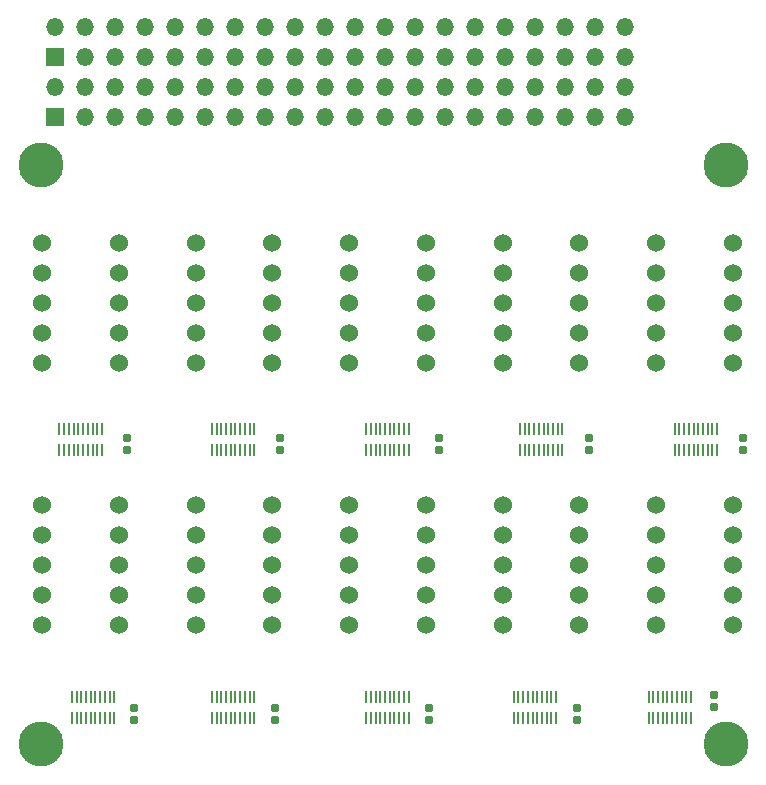
<source format=gbr>
%TF.GenerationSoftware,KiCad,Pcbnew,8.0.1*%
%TF.CreationDate,2024-06-10T14:17:39+05:30*%
%TF.ProjectId,GPIO HAT 1,4750494f-2048-4415-9420-312e6b696361,rev?*%
%TF.SameCoordinates,Original*%
%TF.FileFunction,Soldermask,Top*%
%TF.FilePolarity,Negative*%
%FSLAX46Y46*%
G04 Gerber Fmt 4.6, Leading zero omitted, Abs format (unit mm)*
G04 Created by KiCad (PCBNEW 8.0.1) date 2024-06-10 14:17:39*
%MOMM*%
%LPD*%
G01*
G04 APERTURE LIST*
G04 Aperture macros list*
%AMRoundRect*
0 Rectangle with rounded corners*
0 $1 Rounding radius*
0 $2 $3 $4 $5 $6 $7 $8 $9 X,Y pos of 4 corners*
0 Add a 4 corners polygon primitive as box body*
4,1,4,$2,$3,$4,$5,$6,$7,$8,$9,$2,$3,0*
0 Add four circle primitives for the rounded corners*
1,1,$1+$1,$2,$3*
1,1,$1+$1,$4,$5*
1,1,$1+$1,$6,$7*
1,1,$1+$1,$8,$9*
0 Add four rect primitives between the rounded corners*
20,1,$1+$1,$2,$3,$4,$5,0*
20,1,$1+$1,$4,$5,$6,$7,0*
20,1,$1+$1,$6,$7,$8,$9,0*
20,1,$1+$1,$8,$9,$2,$3,0*%
G04 Aperture macros list end*
%ADD10C,1.524000*%
%ADD11RoundRect,0.102000X0.250000X-0.237500X0.250000X0.237500X-0.250000X0.237500X-0.250000X-0.237500X0*%
%ADD12R,0.200000X1.000000*%
%ADD13R,1.500000X1.500000*%
%ADD14O,1.500000X1.500000*%
%ADD15C,3.810000*%
%ADD16RoundRect,0.102000X-0.250000X0.237500X-0.250000X-0.237500X0.250000X-0.237500X0.250000X0.237500X0*%
G04 APERTURE END LIST*
D10*
%TO.C,J2*%
X87265933Y-102819200D03*
X87265933Y-105359200D03*
X87265933Y-107899200D03*
X87265933Y-110439200D03*
X87265933Y-112979200D03*
%TD*%
%TO.C,J14*%
X126229531Y-80619600D03*
X126229531Y-83159600D03*
X126229531Y-85699600D03*
X126229531Y-88239600D03*
X126229531Y-90779600D03*
%TD*%
%TO.C,J1*%
X80772000Y-102819200D03*
X80772000Y-105359200D03*
X80772000Y-107899200D03*
X80772000Y-110439200D03*
X80772000Y-112979200D03*
%TD*%
D11*
%TO.C,R6*%
X114342000Y-98150400D03*
X114342000Y-97126400D03*
%TD*%
D10*
%TO.C,J9*%
X106747732Y-102819200D03*
X106747732Y-105359200D03*
X106747732Y-107899200D03*
X106747732Y-110439200D03*
X106747732Y-112979200D03*
%TD*%
%TO.C,J17*%
X132723464Y-80619600D03*
X132723464Y-83159600D03*
X132723464Y-85699600D03*
X132723464Y-88239600D03*
X132723464Y-90779600D03*
%TD*%
D12*
%TO.C,U10*%
X132099400Y-120849800D03*
X132499400Y-120849800D03*
X132899400Y-120849800D03*
X133299400Y-120849800D03*
X133699400Y-120849800D03*
X134099400Y-120849800D03*
X134499400Y-120849800D03*
X134899400Y-120849800D03*
X135299400Y-120849800D03*
X135699400Y-120849800D03*
X135699400Y-119049800D03*
X135299400Y-119049800D03*
X134899400Y-119049800D03*
X134499400Y-119049800D03*
X134099400Y-119049800D03*
X133699400Y-119049800D03*
X133299400Y-119049800D03*
X132899400Y-119049800D03*
X132499400Y-119049800D03*
X132099400Y-119049800D03*
%TD*%
D10*
%TO.C,J13*%
X119735598Y-80619600D03*
X119735598Y-83159600D03*
X119735598Y-85699600D03*
X119735598Y-88239600D03*
X119735598Y-90779600D03*
%TD*%
D11*
%TO.C,R3*%
X100431600Y-121035000D03*
X100431600Y-120011000D03*
%TD*%
D12*
%TO.C,U6*%
X108185200Y-98145600D03*
X108585200Y-98145600D03*
X108985200Y-98145600D03*
X109385200Y-98145600D03*
X109785200Y-98145600D03*
X110185200Y-98145600D03*
X110585200Y-98145600D03*
X110985200Y-98145600D03*
X111385200Y-98145600D03*
X111785200Y-98145600D03*
X111785200Y-96345600D03*
X111385200Y-96345600D03*
X110985200Y-96345600D03*
X110585200Y-96345600D03*
X110185200Y-96345600D03*
X109785200Y-96345600D03*
X109385200Y-96345600D03*
X108985200Y-96345600D03*
X108585200Y-96345600D03*
X108185200Y-96345600D03*
%TD*%
D13*
%TO.C,J23*%
X81885400Y-69969700D03*
D14*
X81885400Y-67429700D03*
X84425400Y-69969700D03*
X84425400Y-67429700D03*
X86965400Y-69969700D03*
X86965400Y-67429700D03*
X89505400Y-69969700D03*
X89505400Y-67429700D03*
X92045400Y-69969700D03*
X92045400Y-67429700D03*
X94585400Y-69969700D03*
X94585400Y-67429700D03*
X97125400Y-69969700D03*
X97125400Y-67429700D03*
X99665400Y-69969700D03*
X99665400Y-67429700D03*
X102205400Y-69969700D03*
X102205400Y-67429700D03*
X104745400Y-69969700D03*
X104745400Y-67429700D03*
X107285400Y-69969700D03*
X107285400Y-67429700D03*
X109825400Y-69969700D03*
X109825400Y-67429700D03*
X112365400Y-69969700D03*
X112365400Y-67429700D03*
X114905400Y-69969700D03*
X114905400Y-67429700D03*
X117445400Y-69969700D03*
X117445400Y-67429700D03*
X119985400Y-69969700D03*
X119985400Y-67429700D03*
X122525400Y-69969700D03*
X122525400Y-67429700D03*
X125065400Y-69969700D03*
X125065400Y-67429700D03*
X127605400Y-69969700D03*
X127605400Y-67429700D03*
X130145400Y-69969700D03*
X130145400Y-67429700D03*
%TD*%
D15*
%TO.C,*%
X138640000Y-74009900D03*
%TD*%
D10*
%TO.C,J10*%
X113241665Y-102819200D03*
X113241665Y-105359200D03*
X113241665Y-107899200D03*
X113241665Y-110439200D03*
X113241665Y-112979200D03*
%TD*%
%TO.C,J7*%
X93759866Y-80619600D03*
X93759866Y-83159600D03*
X93759866Y-85699600D03*
X93759866Y-88239600D03*
X93759866Y-90779600D03*
%TD*%
%TO.C,J12*%
X113241665Y-80619600D03*
X113241665Y-83159600D03*
X113241665Y-85699600D03*
X113241665Y-88239600D03*
X113241665Y-90779600D03*
%TD*%
%TO.C,J15*%
X119735598Y-102819200D03*
X119735598Y-105359200D03*
X119735598Y-107899200D03*
X119735598Y-110439200D03*
X119735598Y-112979200D03*
%TD*%
%TO.C,J8*%
X100253799Y-80619600D03*
X100253799Y-83159600D03*
X100253799Y-85699600D03*
X100253799Y-88239600D03*
X100253799Y-90779600D03*
%TD*%
%TO.C,J16*%
X126229531Y-102819200D03*
X126229531Y-105359200D03*
X126229531Y-107899200D03*
X126229531Y-110439200D03*
X126229531Y-112979200D03*
%TD*%
D16*
%TO.C,R10*%
X137668000Y-118893400D03*
X137668000Y-119917400D03*
%TD*%
D12*
%TO.C,U7*%
X121212200Y-98145600D03*
X121612200Y-98145600D03*
X122012200Y-98145600D03*
X122412200Y-98145600D03*
X122812200Y-98145600D03*
X123212200Y-98145600D03*
X123612200Y-98145600D03*
X124012200Y-98145600D03*
X124412200Y-98145600D03*
X124812200Y-98145600D03*
X124812200Y-96345600D03*
X124412200Y-96345600D03*
X124012200Y-96345600D03*
X123612200Y-96345600D03*
X123212200Y-96345600D03*
X122812200Y-96345600D03*
X122412200Y-96345600D03*
X122012200Y-96345600D03*
X121612200Y-96345600D03*
X121212200Y-96345600D03*
%TD*%
D10*
%TO.C,J5*%
X93759866Y-102819200D03*
X93759866Y-105359200D03*
X93759866Y-107899200D03*
X93759866Y-110439200D03*
X93759866Y-112979200D03*
%TD*%
D11*
%TO.C,R8*%
X126034800Y-121035000D03*
X126034800Y-120011000D03*
%TD*%
D12*
%TO.C,U1*%
X83267800Y-120849800D03*
X83667800Y-120849800D03*
X84067800Y-120849800D03*
X84467800Y-120849800D03*
X84867800Y-120849800D03*
X85267800Y-120849800D03*
X85667800Y-120849800D03*
X86067800Y-120849800D03*
X86467800Y-120849800D03*
X86867800Y-120849800D03*
X86867800Y-119049800D03*
X86467800Y-119049800D03*
X86067800Y-119049800D03*
X85667800Y-119049800D03*
X85267800Y-119049800D03*
X84867800Y-119049800D03*
X84467800Y-119049800D03*
X84067800Y-119049800D03*
X83667800Y-119049800D03*
X83267800Y-119049800D03*
%TD*%
D11*
%TO.C,R5*%
X113538000Y-121035000D03*
X113538000Y-120011000D03*
%TD*%
D12*
%TO.C,U2*%
X82223200Y-98145600D03*
X82623200Y-98145600D03*
X83023200Y-98145600D03*
X83423200Y-98145600D03*
X83823200Y-98145600D03*
X84223200Y-98145600D03*
X84623200Y-98145600D03*
X85023200Y-98145600D03*
X85423200Y-98145600D03*
X85823200Y-98145600D03*
X85823200Y-96345600D03*
X85423200Y-96345600D03*
X85023200Y-96345600D03*
X84623200Y-96345600D03*
X84223200Y-96345600D03*
X83823200Y-96345600D03*
X83423200Y-96345600D03*
X83023200Y-96345600D03*
X82623200Y-96345600D03*
X82223200Y-96345600D03*
%TD*%
D11*
%TO.C,R1*%
X88569800Y-121035000D03*
X88569800Y-120011000D03*
%TD*%
D12*
%TO.C,U9*%
X134309000Y-98145600D03*
X134709000Y-98145600D03*
X135109000Y-98145600D03*
X135509000Y-98145600D03*
X135909000Y-98145600D03*
X136309000Y-98145600D03*
X136709000Y-98145600D03*
X137109000Y-98145600D03*
X137509000Y-98145600D03*
X137909000Y-98145600D03*
X137909000Y-96345600D03*
X137509000Y-96345600D03*
X137109000Y-96345600D03*
X136709000Y-96345600D03*
X136309000Y-96345600D03*
X135909000Y-96345600D03*
X135509000Y-96345600D03*
X135109000Y-96345600D03*
X134709000Y-96345600D03*
X134309000Y-96345600D03*
%TD*%
D10*
%TO.C,J19*%
X132723464Y-102819200D03*
X132723464Y-105359200D03*
X132723464Y-107899200D03*
X132723464Y-110439200D03*
X132723464Y-112979200D03*
%TD*%
%TO.C,J3*%
X80772000Y-80619600D03*
X80772000Y-83159600D03*
X80772000Y-85699600D03*
X80772000Y-88239600D03*
X80772000Y-90779600D03*
%TD*%
D11*
%TO.C,R7*%
X127028200Y-98150400D03*
X127028200Y-97126400D03*
%TD*%
%TO.C,R4*%
X100923000Y-98150400D03*
X100923000Y-97126400D03*
%TD*%
D12*
%TO.C,U8*%
X120675600Y-120849800D03*
X121075600Y-120849800D03*
X121475600Y-120849800D03*
X121875600Y-120849800D03*
X122275600Y-120849800D03*
X122675600Y-120849800D03*
X123075600Y-120849800D03*
X123475600Y-120849800D03*
X123875600Y-120849800D03*
X124275600Y-120849800D03*
X124275600Y-119049800D03*
X123875600Y-119049800D03*
X123475600Y-119049800D03*
X123075600Y-119049800D03*
X122675600Y-119049800D03*
X122275600Y-119049800D03*
X121875600Y-119049800D03*
X121475600Y-119049800D03*
X121075600Y-119049800D03*
X120675600Y-119049800D03*
%TD*%
D10*
%TO.C,J11*%
X106747732Y-80619600D03*
X106747732Y-83159600D03*
X106747732Y-85699600D03*
X106747732Y-88239600D03*
X106747732Y-90779600D03*
%TD*%
D12*
%TO.C,U5*%
X108185200Y-120849800D03*
X108585200Y-120849800D03*
X108985200Y-120849800D03*
X109385200Y-120849800D03*
X109785200Y-120849800D03*
X110185200Y-120849800D03*
X110585200Y-120849800D03*
X110985200Y-120849800D03*
X111385200Y-120849800D03*
X111785200Y-120849800D03*
X111785200Y-119049800D03*
X111385200Y-119049800D03*
X110985200Y-119049800D03*
X110585200Y-119049800D03*
X110185200Y-119049800D03*
X109785200Y-119049800D03*
X109385200Y-119049800D03*
X108985200Y-119049800D03*
X108585200Y-119049800D03*
X108185200Y-119049800D03*
%TD*%
D15*
%TO.C,*%
X80665400Y-74060700D03*
%TD*%
%TO.C,*%
X138640000Y-123031900D03*
%TD*%
D10*
%TO.C,J4*%
X87265933Y-80619600D03*
X87265933Y-83159600D03*
X87265933Y-85699600D03*
X87265933Y-88239600D03*
X87265933Y-90779600D03*
%TD*%
D11*
%TO.C,R9*%
X140062400Y-98150400D03*
X140062400Y-97126400D03*
%TD*%
D13*
%TO.C,J24*%
X81885400Y-64889700D03*
D14*
X81885400Y-62349700D03*
X84425400Y-64889700D03*
X84425400Y-62349700D03*
X86965400Y-64889700D03*
X86965400Y-62349700D03*
X89505400Y-64889700D03*
X89505400Y-62349700D03*
X92045400Y-64889700D03*
X92045400Y-62349700D03*
X94585400Y-64889700D03*
X94585400Y-62349700D03*
X97125400Y-64889700D03*
X97125400Y-62349700D03*
X99665400Y-64889700D03*
X99665400Y-62349700D03*
X102205400Y-64889700D03*
X102205400Y-62349700D03*
X104745400Y-64889700D03*
X104745400Y-62349700D03*
X107285400Y-64889700D03*
X107285400Y-62349700D03*
X109825400Y-64889700D03*
X109825400Y-62349700D03*
X112365400Y-64889700D03*
X112365400Y-62349700D03*
X114905400Y-64889700D03*
X114905400Y-62349700D03*
X117445400Y-64889700D03*
X117445400Y-62349700D03*
X119985400Y-64889700D03*
X119985400Y-62349700D03*
X122525400Y-64889700D03*
X122525400Y-62349700D03*
X125065400Y-64889700D03*
X125065400Y-62349700D03*
X127605400Y-64889700D03*
X127605400Y-62349700D03*
X130145400Y-64889700D03*
X130145400Y-62349700D03*
%TD*%
D12*
%TO.C,U4*%
X95123200Y-98145600D03*
X95523200Y-98145600D03*
X95923200Y-98145600D03*
X96323200Y-98145600D03*
X96723200Y-98145600D03*
X97123200Y-98145600D03*
X97523200Y-98145600D03*
X97923200Y-98145600D03*
X98323200Y-98145600D03*
X98723200Y-98145600D03*
X98723200Y-96345600D03*
X98323200Y-96345600D03*
X97923200Y-96345600D03*
X97523200Y-96345600D03*
X97123200Y-96345600D03*
X96723200Y-96345600D03*
X96323200Y-96345600D03*
X95923200Y-96345600D03*
X95523200Y-96345600D03*
X95123200Y-96345600D03*
%TD*%
D11*
%TO.C,R2*%
X87914800Y-98150400D03*
X87914800Y-97126400D03*
%TD*%
D12*
%TO.C,U3*%
X95123200Y-120849800D03*
X95523200Y-120849800D03*
X95923200Y-120849800D03*
X96323200Y-120849800D03*
X96723200Y-120849800D03*
X97123200Y-120849800D03*
X97523200Y-120849800D03*
X97923200Y-120849800D03*
X98323200Y-120849800D03*
X98723200Y-120849800D03*
X98723200Y-119049800D03*
X98323200Y-119049800D03*
X97923200Y-119049800D03*
X97523200Y-119049800D03*
X97123200Y-119049800D03*
X96723200Y-119049800D03*
X96323200Y-119049800D03*
X95923200Y-119049800D03*
X95523200Y-119049800D03*
X95123200Y-119049800D03*
%TD*%
D10*
%TO.C,J20*%
X139217400Y-102819200D03*
X139217400Y-105359200D03*
X139217400Y-107899200D03*
X139217400Y-110439200D03*
X139217400Y-112979200D03*
%TD*%
D15*
%TO.C,*%
X80640000Y-123031900D03*
%TD*%
D10*
%TO.C,J18*%
X139217400Y-80619600D03*
X139217400Y-83159600D03*
X139217400Y-85699600D03*
X139217400Y-88239600D03*
X139217400Y-90779600D03*
%TD*%
%TO.C,J6*%
X100253799Y-102819200D03*
X100253799Y-105359200D03*
X100253799Y-107899200D03*
X100253799Y-110439200D03*
X100253799Y-112979200D03*
%TD*%
M02*

</source>
